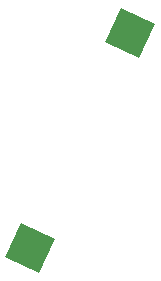
<source format=gbp>
%FSLAX24Y24*%
%MOIN*%
G70*
G01*
G75*
G04 Layer_Color=128*
%ADD10C,0.0500*%
%ADD11C,0.0060*%
G04:AMPARAMS|DCode=12|XSize=19.7mil|YSize=23.6mil|CornerRadius=0mil|HoleSize=0mil|Usage=FLASHONLY|Rotation=225.000|XOffset=0mil|YOffset=0mil|HoleType=Round|Shape=Rectangle|*
%AMROTATEDRECTD12*
4,1,4,-0.0014,0.0153,0.0153,-0.0014,0.0014,-0.0153,-0.0153,0.0014,-0.0014,0.0153,0.0*
%
%ADD12ROTATEDRECTD12*%

G04:AMPARAMS|DCode=13|XSize=21.7mil|YSize=23.6mil|CornerRadius=0mil|HoleSize=0mil|Usage=FLASHONLY|Rotation=135.000|XOffset=0mil|YOffset=0mil|HoleType=Round|Shape=Rectangle|*
%AMROTATEDRECTD13*
4,1,4,0.0160,0.0007,-0.0007,-0.0160,-0.0160,-0.0007,0.0007,0.0160,0.0160,0.0007,0.0*
%
%ADD13ROTATEDRECTD13*%

%ADD14C,0.0394*%
G04:AMPARAMS|DCode=15|XSize=19.7mil|YSize=23.6mil|CornerRadius=0mil|HoleSize=0mil|Usage=FLASHONLY|Rotation=135.000|XOffset=0mil|YOffset=0mil|HoleType=Round|Shape=Rectangle|*
%AMROTATEDRECTD15*
4,1,4,0.0153,0.0014,-0.0014,-0.0153,-0.0153,-0.0014,0.0014,0.0153,0.0153,0.0014,0.0*
%
%ADD15ROTATEDRECTD15*%

%ADD16R,0.0236X0.0197*%
%ADD17C,0.0310*%
G04:AMPARAMS|DCode=18|XSize=39.4mil|YSize=70.9mil|CornerRadius=0mil|HoleSize=0mil|Usage=FLASHONLY|Rotation=45.000|XOffset=0mil|YOffset=0mil|HoleType=Round|Shape=Rectangle|*
%AMROTATEDRECTD18*
4,1,4,0.0111,-0.0390,-0.0390,0.0111,-0.0111,0.0390,0.0390,-0.0111,0.0111,-0.0390,0.0*
%
%ADD18ROTATEDRECTD18*%

G04:AMPARAMS|DCode=19|XSize=47.2mil|YSize=43.3mil|CornerRadius=0mil|HoleSize=0mil|Usage=FLASHONLY|Rotation=45.000|XOffset=0mil|YOffset=0mil|HoleType=Round|Shape=Rectangle|*
%AMROTATEDRECTD19*
4,1,4,-0.0014,-0.0320,-0.0320,-0.0014,0.0014,0.0320,0.0320,0.0014,-0.0014,-0.0320,0.0*
%
%ADD19ROTATEDRECTD19*%

%ADD20C,0.0071*%
%ADD21P,0.0251X4X65.0*%
%ADD22R,0.0256X0.0197*%
%ADD23C,0.0087*%
G04:AMPARAMS|DCode=24|XSize=25.6mil|YSize=27.6mil|CornerRadius=0mil|HoleSize=0mil|Usage=FLASHONLY|Rotation=110.000|XOffset=0mil|YOffset=0mil|HoleType=Round|Shape=Rectangle|*
%AMROTATEDRECTD24*
4,1,4,0.0173,-0.0073,-0.0086,-0.0167,-0.0173,0.0073,0.0086,0.0167,0.0173,-0.0073,0.0*
%
%ADD24ROTATEDRECTD24*%

G04:AMPARAMS|DCode=25|XSize=25.6mil|YSize=27.6mil|CornerRadius=0mil|HoleSize=0mil|Usage=FLASHONLY|Rotation=20.000|XOffset=0mil|YOffset=0mil|HoleType=Round|Shape=Rectangle|*
%AMROTATEDRECTD25*
4,1,4,-0.0073,-0.0173,-0.0167,0.0086,0.0073,0.0173,0.0167,-0.0086,-0.0073,-0.0173,0.0*
%
%ADD25ROTATEDRECTD25*%

%ADD26C,0.0100*%
%ADD27C,0.0150*%
%ADD28C,0.0050*%
%ADD29C,0.0080*%
%ADD30C,0.0090*%
%ADD31C,0.0200*%
%ADD32P,0.0835X4X335.0*%
%ADD33C,0.0591*%
%ADD34C,0.0390*%
%ADD35C,0.0240*%
%ADD36C,0.0100*%
%ADD37P,0.1771X4X290.0*%
%ADD38C,0.0059*%
%ADD39C,0.0079*%
%ADD40C,0.0039*%
%ADD41C,0.0070*%
G04:AMPARAMS|DCode=42|XSize=25.7mil|YSize=29.6mil|CornerRadius=0mil|HoleSize=0mil|Usage=FLASHONLY|Rotation=225.000|XOffset=0mil|YOffset=0mil|HoleType=Round|Shape=Rectangle|*
%AMROTATEDRECTD42*
4,1,4,-0.0014,0.0196,0.0196,-0.0014,0.0014,-0.0196,-0.0196,0.0014,-0.0014,0.0196,0.0*
%
%ADD42ROTATEDRECTD42*%

G04:AMPARAMS|DCode=43|XSize=27.7mil|YSize=29.6mil|CornerRadius=0mil|HoleSize=0mil|Usage=FLASHONLY|Rotation=135.000|XOffset=0mil|YOffset=0mil|HoleType=Round|Shape=Rectangle|*
%AMROTATEDRECTD43*
4,1,4,0.0203,0.0007,-0.0007,-0.0203,-0.0203,-0.0007,0.0007,0.0203,0.0203,0.0007,0.0*
%
%ADD43ROTATEDRECTD43*%

%ADD44C,0.0454*%
G04:AMPARAMS|DCode=45|XSize=25.7mil|YSize=29.6mil|CornerRadius=0mil|HoleSize=0mil|Usage=FLASHONLY|Rotation=135.000|XOffset=0mil|YOffset=0mil|HoleType=Round|Shape=Rectangle|*
%AMROTATEDRECTD45*
4,1,4,0.0196,0.0014,-0.0014,-0.0196,-0.0196,-0.0014,0.0014,0.0196,0.0196,0.0014,0.0*
%
%ADD45ROTATEDRECTD45*%

%ADD46R,0.0296X0.0257*%
%ADD47C,0.0370*%
G04:AMPARAMS|DCode=48|XSize=45.4mil|YSize=76.9mil|CornerRadius=0mil|HoleSize=0mil|Usage=FLASHONLY|Rotation=45.000|XOffset=0mil|YOffset=0mil|HoleType=Round|Shape=Rectangle|*
%AMROTATEDRECTD48*
4,1,4,0.0111,-0.0432,-0.0432,0.0111,-0.0111,0.0432,0.0432,-0.0111,0.0111,-0.0432,0.0*
%
%ADD48ROTATEDRECTD48*%

G04:AMPARAMS|DCode=49|XSize=53.2mil|YSize=49.3mil|CornerRadius=0mil|HoleSize=0mil|Usage=FLASHONLY|Rotation=45.000|XOffset=0mil|YOffset=0mil|HoleType=Round|Shape=Rectangle|*
%AMROTATEDRECTD49*
4,1,4,-0.0014,-0.0363,-0.0363,-0.0014,0.0014,0.0363,0.0363,0.0014,-0.0014,-0.0363,0.0*
%
%ADD49ROTATEDRECTD49*%

%ADD50C,0.0131*%
%ADD51C,0.0151*%
%ADD52P,0.0335X4X65.0*%
%ADD53R,0.0316X0.0257*%
%ADD54C,0.0126*%
G04:AMPARAMS|DCode=55|XSize=31.6mil|YSize=33.6mil|CornerRadius=0mil|HoleSize=0mil|Usage=FLASHONLY|Rotation=110.000|XOffset=0mil|YOffset=0mil|HoleType=Round|Shape=Rectangle|*
%AMROTATEDRECTD55*
4,1,4,0.0212,-0.0091,-0.0104,-0.0206,-0.0212,0.0091,0.0104,0.0206,0.0212,-0.0091,0.0*
%
%ADD55ROTATEDRECTD55*%

G04:AMPARAMS|DCode=56|XSize=31.6mil|YSize=33.6mil|CornerRadius=0mil|HoleSize=0mil|Usage=FLASHONLY|Rotation=20.000|XOffset=0mil|YOffset=0mil|HoleType=Round|Shape=Rectangle|*
%AMROTATEDRECTD56*
4,1,4,-0.0091,-0.0212,-0.0206,0.0104,0.0091,0.0212,0.0206,-0.0104,-0.0091,-0.0212,0.0*
%
%ADD56ROTATEDRECTD56*%

%ADD57P,0.0920X4X335.0*%
%ADD58C,0.0651*%
%ADD59C,0.5118*%
%ADD60P,0.1855X4X290.0*%
D37*
X1667Y3575D02*
D03*
X-1667Y-3575D02*
D03*
M02*

</source>
